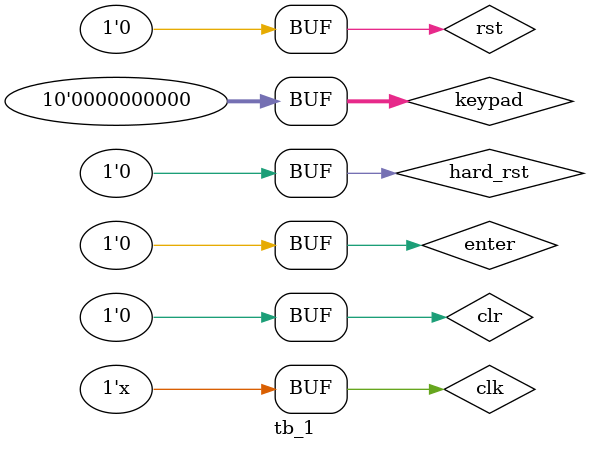
<source format=v>
`timescale 1ns / 1ps


module tb_1;
    reg clk, enter, rst, clr, hard_rst;
    reg [9:0] keypad;
    wire unlock, incorrect; 
    wire [15:0] try_monitor;
    wire press_monitor;
    combo_lock lock1(clk, enter, rst, clr, hard_rst, keypad, unlock, incorrect, try_monitor, press_monitor);
    always begin #5 clk = !clk; end
    initial 
    begin
    keypad = 0; enter = 0; rst = 0; clr = 0; hard_rst = 1; clk = 0; #100;
    hard_rst = 1; #10; hard_rst = 0; 
    keypad = 10'b0000000001; #10; keypad = 0; #10;  // Unlock with default password (0000)
    keypad = 10'b0000000001; #10; keypad = 0; #10;
    keypad = 10'b0000000001; #10; keypad = 0; #10;
    keypad = 10'b0000000001; #10; keypad = 0; #10;
    enter = 1; #10; enter = 0; #10;
    rst = 1; #10; rst = 0; #10;
    keypad = 10'b0100000000; #10 keypad = 0; #10;   // Reprogram with a new password (8086)
    keypad = 10'b0000000001; #10 keypad = 0; #10;
    keypad = 10'b0100000000; #10 keypad = 0; #10;
    keypad = 10'b0001000000; #10 keypad = 0; #10;
    enter = 1; #10; enter = 0; #10;
    keypad = 10'b0100000000; #10 keypad = 0; #10;   // Unlock with correct password (8086)
    keypad = 10'b0000000001; #10 keypad = 0; #10;
    keypad = 10'b0100000000; #10 keypad = 0; #10;
    keypad = 10'b0001000000; #10 keypad = 0; #10;
    enter = 1; #10; enter = 0; #10;
    enter = 1; #10; enter = 0; #10;
    keypad = 10'b0010000000; #10 keypad = 0; #10;   // Unsuccessfully unlock with incorrect password (7086)
    keypad = 10'b0000000001; #10 keypad = 0; #10;
    keypad = 10'b0100000000; #10 keypad = 0; #10;
    keypad = 10'b0001000000; #10 keypad = 0; #10;
    enter = 1; #10; enter = 0; #10;
    keypad = 10'b0100000000; #10; 
    keypad = 10'b0110000000; #10;                   // Unlock successfully despite delayed double press
    keypad = 0; #10;                                
    keypad = 10'b0000000001; #10 keypad = 0; #10;
    keypad = 10'b0100000000; #10 keypad = 0; #10;
    keypad = 10'b0001000000; #10 keypad = 0; #10;
    enter = 1; #10; enter = 0; #10;
    enter = 1; #10; enter = 0; #10;
    keypad = 10'b0110000000; #10 keypad = 0; #10;   // Unlock unsuccessfully because of simultaneous double press                   
    keypad = 10'b0000000001; #10 keypad = 0; #10;
    keypad = 10'b0100000000; #10 keypad = 0; #10;
    keypad = 10'b0001000000; #10 keypad = 0; #10;
    enter = 1; #10; enter = 0; #10;
    enter = 1; #10; enter = 0; #10;
    keypad = 10'b0010000000; #10 keypad = 0; #10;   
    keypad = 10'b0000000001; #10 keypad = 0; #10;
    clr = 1; #10; clr = 0; #10;                     // Clear partial incorrect attempt, then enter correct password
    keypad = 10'b0100000000; #10 keypad = 0; #10;   
    keypad = 10'b0000000001; #10 keypad = 0; #10;
    keypad = 10'b0100000000; #10 keypad = 0; #10;
    keypad = 10'b0001000000; #10 keypad = 0; #10;
    enter = 1; #10; enter = 0; #10;
    enter = 1; #10; enter = 0; #10;
    end
endmodule

</source>
